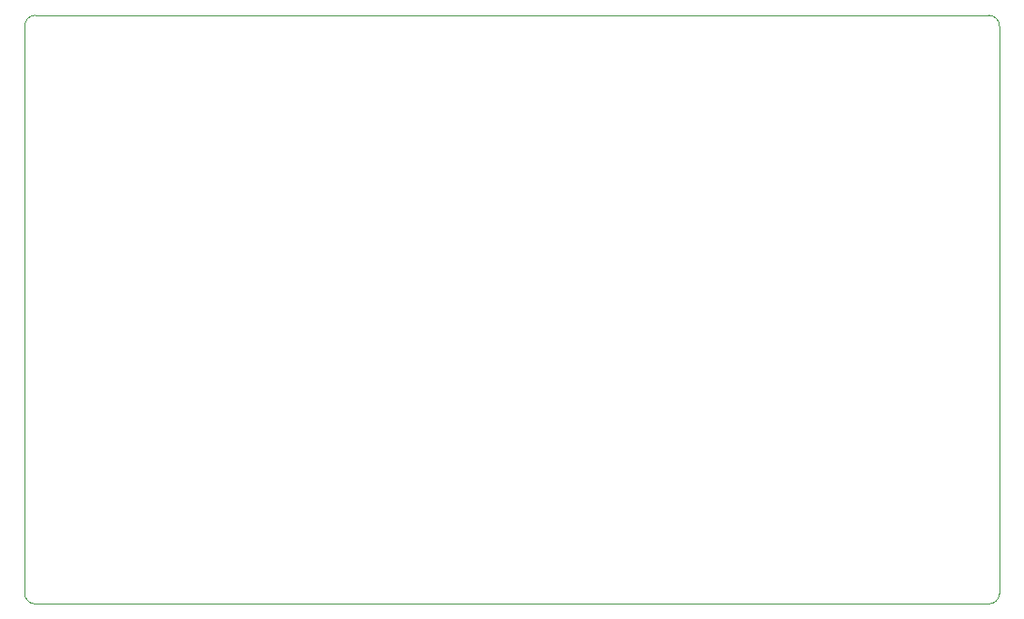
<source format=gbr>
G04 #@! TF.GenerationSoftware,KiCad,Pcbnew,(5.1.2)-1*
G04 #@! TF.CreationDate,2022-03-23T05:24:54+09:00*
G04 #@! TF.ProjectId,pcb,7063622e-6b69-4636-9164-5f7063625858,rev?*
G04 #@! TF.SameCoordinates,Original*
G04 #@! TF.FileFunction,Profile,NP*
%FSLAX46Y46*%
G04 Gerber Fmt 4.6, Leading zero omitted, Abs format (unit mm)*
G04 Created by KiCad (PCBNEW (5.1.2)-1) date 2022-03-23 05:24:54*
%MOMM*%
%LPD*%
G04 APERTURE LIST*
%ADD10C,0.050000*%
G04 APERTURE END LIST*
D10*
X30000000Y-136000000D02*
X30000000Y-189000000D01*
X31000000Y-190000000D02*
X120000000Y-190000000D01*
X31000000Y-190000000D02*
G75*
G02X30000000Y-189000000I0J1000000D01*
G01*
X121000000Y-189000000D02*
G75*
G02X120000000Y-190000000I-1000000J0D01*
G01*
X121000000Y-189000000D02*
X121000000Y-136000000D01*
X30000000Y-136000000D02*
G75*
G02X31000000Y-135000000I1000000J0D01*
G01*
X120000000Y-135000000D02*
G75*
G02X121000000Y-136000000I0J-1000000D01*
G01*
X120000000Y-135000000D02*
X31000000Y-135000000D01*
M02*

</source>
